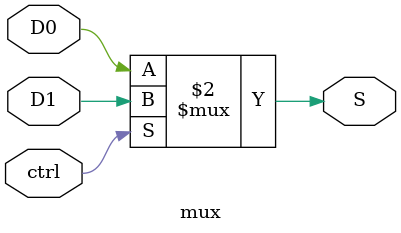
<source format=v>

module mux
   #(parameter N = 1)
   (input ctrl,
    input [N-1:0] D0,
    input [N-1:0] D1,
    output [N-1:0] S);

  wire [N-1:0] S;
  assign S = (ctrl == 1'b0) ? D0 : D1;

endmodule
</source>
